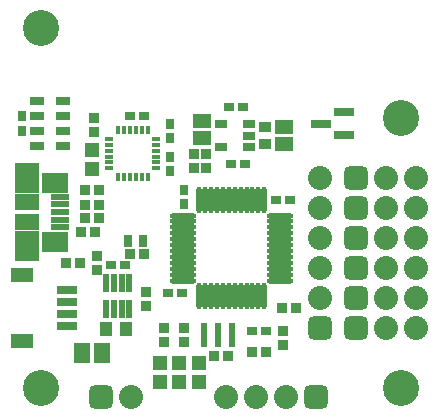
<source format=gts>
%FSLAX25Y25*%
%MOIN*%
G70*
G01*
G75*
G04 Layer_Color=8388736*
%ADD10C,0.01000*%
%ADD11C,0.00800*%
%ADD12C,0.01200*%
%ADD13C,0.01500*%
%ADD14C,0.03000*%
%ADD15R,0.03150X0.02756*%
%ADD16R,0.02756X0.03150*%
%ADD17R,0.05118X0.05906*%
%ADD18R,0.03937X0.03937*%
%ADD19O,0.01181X0.08268*%
%ADD20O,0.08268X0.01181*%
%ADD21R,0.02362X0.03150*%
%ADD22R,0.05433X0.01772*%
%ADD23R,0.08268X0.05906*%
%ADD24R,0.07480X0.04626*%
%ADD25R,0.07480X0.09350*%
%ADD26R,0.03150X0.02362*%
%ADD27R,0.06102X0.02362*%
%ADD28R,0.07087X0.04724*%
%ADD29R,0.03543X0.03150*%
%ADD30R,0.05512X0.04331*%
%ADD31R,0.03543X0.02559*%
%ADD32R,0.05906X0.02362*%
%ADD33R,0.03543X0.03937*%
%ADD34R,0.01772X0.05512*%
%ADD35R,0.01772X0.05512*%
%ADD36R,0.01772X0.05512*%
%ADD37R,0.02800X0.01375*%
%ADD38R,0.01375X0.02800*%
%ADD39R,0.03150X0.04000*%
%ADD40R,0.01575X0.07677*%
%ADD41R,0.04331X0.02362*%
%ADD42C,0.02000*%
%ADD43C,0.07400*%
G04:AMPARAMS|DCode=44|XSize=74mil|YSize=74mil|CornerRadius=18.5mil|HoleSize=0mil|Usage=FLASHONLY|Rotation=90.000|XOffset=0mil|YOffset=0mil|HoleType=Round|Shape=RoundedRectangle|*
%AMROUNDEDRECTD44*
21,1,0.07400,0.03700,0,0,90.0*
21,1,0.03700,0.07400,0,0,90.0*
1,1,0.03700,0.01850,0.01850*
1,1,0.03700,0.01850,-0.01850*
1,1,0.03700,-0.01850,-0.01850*
1,1,0.03700,-0.01850,0.01850*
%
%ADD44ROUNDEDRECTD44*%
%ADD45C,0.11417*%
G04:AMPARAMS|DCode=46|XSize=74mil|YSize=74mil|CornerRadius=18.5mil|HoleSize=0mil|Usage=FLASHONLY|Rotation=0.000|XOffset=0mil|YOffset=0mil|HoleType=Round|Shape=RoundedRectangle|*
%AMROUNDEDRECTD46*
21,1,0.07400,0.03700,0,0,0.0*
21,1,0.03700,0.07400,0,0,0.0*
1,1,0.03700,0.01850,-0.01850*
1,1,0.03700,-0.01850,-0.01850*
1,1,0.03700,-0.01850,0.01850*
1,1,0.03700,0.01850,0.01850*
%
%ADD46ROUNDEDRECTD46*%
%ADD47C,0.02800*%
%ADD48C,0.03100*%
%ADD49R,0.02362X0.06102*%
%ADD50R,0.04724X0.07087*%
%ADD51C,0.00984*%
%ADD52C,0.02362*%
%ADD53C,0.00787*%
%ADD54C,0.00591*%
%ADD55C,0.00500*%
%ADD56C,0.00394*%
%ADD57R,0.02564X0.01139*%
%ADD58R,0.01139X0.02564*%
%ADD59R,0.03750X0.03356*%
%ADD60R,0.03356X0.03750*%
%ADD61R,0.05718X0.06506*%
%ADD62R,0.04537X0.04537*%
%ADD63O,0.01781X0.08868*%
%ADD64O,0.08868X0.01781*%
%ADD65R,0.02962X0.03750*%
%ADD66R,0.06102X0.02441*%
%ADD67R,0.08868X0.06506*%
%ADD68R,0.08080X0.05226*%
%ADD69R,0.08080X0.09950*%
%ADD70R,0.03750X0.02962*%
%ADD71R,0.06504X0.02764*%
%ADD72R,0.07488X0.05126*%
%ADD73R,0.04143X0.03750*%
%ADD74R,0.06112X0.04931*%
%ADD75R,0.04143X0.03159*%
%ADD76R,0.06506X0.02962*%
%ADD77R,0.04143X0.04537*%
%ADD78R,0.02372X0.06112*%
%ADD79R,0.02372X0.06112*%
%ADD80R,0.02372X0.06112*%
%ADD81R,0.03115X0.01690*%
%ADD82R,0.01690X0.03115*%
%ADD83R,0.02175X0.08277*%
%ADD84R,0.05118X0.03150*%
%ADD85C,0.08000*%
G04:AMPARAMS|DCode=86|XSize=80mil|YSize=80mil|CornerRadius=20mil|HoleSize=0mil|Usage=FLASHONLY|Rotation=90.000|XOffset=0mil|YOffset=0mil|HoleType=Round|Shape=RoundedRectangle|*
%AMROUNDEDRECTD86*
21,1,0.08000,0.04000,0,0,90.0*
21,1,0.04000,0.08000,0,0,90.0*
1,1,0.04000,0.02000,0.02000*
1,1,0.04000,0.02000,-0.02000*
1,1,0.04000,-0.02000,-0.02000*
1,1,0.04000,-0.02000,0.02000*
%
%ADD86ROUNDEDRECTD86*%
%ADD87C,0.12017*%
G04:AMPARAMS|DCode=88|XSize=80mil|YSize=80mil|CornerRadius=20mil|HoleSize=0mil|Usage=FLASHONLY|Rotation=0.000|XOffset=0mil|YOffset=0mil|HoleType=Round|Shape=RoundedRectangle|*
%AMROUNDEDRECTD88*
21,1,0.08000,0.04000,0,0,0.0*
21,1,0.04000,0.08000,0,0,0.0*
1,1,0.04000,0.02000,-0.02000*
1,1,0.04000,-0.02000,-0.02000*
1,1,0.04000,-0.02000,0.02000*
1,1,0.04000,0.02000,0.02000*
%
%ADD88ROUNDEDRECTD88*%
D39*
X40000Y90000D02*
D03*
X45000D02*
D03*
D59*
X95862Y67500D02*
D03*
X91138D02*
D03*
X19138Y82500D02*
D03*
X23862D02*
D03*
X73362Y51500D02*
D03*
X68638D02*
D03*
X85862Y53000D02*
D03*
X81138D02*
D03*
X40638Y85500D02*
D03*
X45362D02*
D03*
X30362Y107000D02*
D03*
X25638D02*
D03*
Y97500D02*
D03*
X30362D02*
D03*
X25638Y102000D02*
D03*
X30362D02*
D03*
X24138Y93000D02*
D03*
X28862D02*
D03*
D60*
X91500Y55138D02*
D03*
Y59862D02*
D03*
X29500Y80138D02*
D03*
Y84862D02*
D03*
X66000Y118862D02*
D03*
Y114138D02*
D03*
X62000Y118862D02*
D03*
Y114138D02*
D03*
X28500Y126138D02*
D03*
Y130862D02*
D03*
X46000Y72862D02*
D03*
Y68138D02*
D03*
X52000Y56138D02*
D03*
Y60862D02*
D03*
X58500Y56138D02*
D03*
Y60862D02*
D03*
D61*
X24654Y52500D02*
D03*
X31346D02*
D03*
D62*
X63500Y42850D02*
D03*
Y49150D02*
D03*
X28000Y120150D02*
D03*
Y113850D02*
D03*
X50500Y49150D02*
D03*
Y42850D02*
D03*
X57000Y49150D02*
D03*
Y42850D02*
D03*
D63*
X63673Y71358D02*
D03*
X65642D02*
D03*
X67610D02*
D03*
X69579D02*
D03*
X71547D02*
D03*
X73516D02*
D03*
X75484D02*
D03*
X77453D02*
D03*
X79421D02*
D03*
X81390D02*
D03*
X83358D02*
D03*
X85327D02*
D03*
Y103642D02*
D03*
X83358D02*
D03*
X81390D02*
D03*
X79421D02*
D03*
X77453D02*
D03*
X75484D02*
D03*
X73516D02*
D03*
X71547D02*
D03*
X69579D02*
D03*
X67610D02*
D03*
X65642D02*
D03*
X63673D02*
D03*
D64*
X90642Y76673D02*
D03*
Y78642D02*
D03*
Y80610D02*
D03*
Y82579D02*
D03*
Y84547D02*
D03*
Y86516D02*
D03*
Y88484D02*
D03*
Y90453D02*
D03*
Y92421D02*
D03*
Y94390D02*
D03*
Y96358D02*
D03*
Y98327D02*
D03*
X58358D02*
D03*
Y96358D02*
D03*
Y94390D02*
D03*
Y92421D02*
D03*
Y90453D02*
D03*
Y88484D02*
D03*
Y86516D02*
D03*
Y84547D02*
D03*
Y82579D02*
D03*
Y80610D02*
D03*
Y78642D02*
D03*
Y76673D02*
D03*
D65*
X58500Y106862D02*
D03*
Y102138D02*
D03*
X54000Y128862D02*
D03*
Y124138D02*
D03*
Y113138D02*
D03*
Y117862D02*
D03*
X4500Y126638D02*
D03*
Y131362D02*
D03*
D66*
X17147Y96941D02*
D03*
Y102059D02*
D03*
Y99500D02*
D03*
Y94382D02*
D03*
Y104618D02*
D03*
D67*
X15700Y109343D02*
D03*
Y89657D02*
D03*
D68*
X6124Y102797D02*
D03*
Y96203D02*
D03*
D69*
Y110967D02*
D03*
Y88033D02*
D03*
D70*
X53138Y72500D02*
D03*
X57862D02*
D03*
X93862Y103500D02*
D03*
X89138D02*
D03*
X45362Y131500D02*
D03*
X40638D02*
D03*
X34138Y82000D02*
D03*
X38862D02*
D03*
X85862Y60000D02*
D03*
X81138D02*
D03*
X78862Y115500D02*
D03*
X74138D02*
D03*
X78362Y134500D02*
D03*
X73638D02*
D03*
D71*
X19610Y65532D02*
D03*
Y73406D02*
D03*
Y69469D02*
D03*
Y61594D02*
D03*
D72*
X4453Y78524D02*
D03*
Y56476D02*
D03*
D73*
X85500Y122244D02*
D03*
Y127756D02*
D03*
D74*
X92000Y122047D02*
D03*
Y127953D02*
D03*
X64500Y124047D02*
D03*
Y129953D02*
D03*
D75*
X70776Y121260D02*
D03*
Y128740D02*
D03*
X80224D02*
D03*
Y125000D02*
D03*
Y121260D02*
D03*
D76*
X104260Y129000D02*
D03*
X111740Y132740D02*
D03*
Y125260D02*
D03*
D77*
X32654Y60500D02*
D03*
X39346D02*
D03*
D78*
X40339Y75831D02*
D03*
D79*
X37780D02*
D03*
X35221D02*
D03*
X32661Y75831D02*
D03*
D80*
X40339Y67169D02*
D03*
X37780D02*
D03*
X35220D02*
D03*
X32661D02*
D03*
D81*
X49276Y114079D02*
D03*
Y116047D02*
D03*
Y118016D02*
D03*
Y119984D02*
D03*
Y121953D02*
D03*
Y123921D02*
D03*
X33724D02*
D03*
Y121953D02*
D03*
Y119984D02*
D03*
Y118016D02*
D03*
Y116047D02*
D03*
Y114079D02*
D03*
D82*
X46421Y126776D02*
D03*
X44453D02*
D03*
X42484D02*
D03*
X40516D02*
D03*
X38547D02*
D03*
X36579D02*
D03*
Y111224D02*
D03*
X38547D02*
D03*
X40516D02*
D03*
X42484D02*
D03*
X44453D02*
D03*
X46421D02*
D03*
D83*
X74724Y58500D02*
D03*
X65276D02*
D03*
X70000D02*
D03*
D84*
X18331Y136382D02*
D03*
Y126539D02*
D03*
Y121618D02*
D03*
X9669Y126539D02*
D03*
Y131461D02*
D03*
Y136382D02*
D03*
Y121618D02*
D03*
X18331Y131461D02*
D03*
D85*
X104000Y70900D02*
D03*
Y80900D02*
D03*
Y90900D02*
D03*
Y100900D02*
D03*
Y110900D02*
D03*
X136000Y110900D02*
D03*
X126000D02*
D03*
X136000Y70900D02*
D03*
X126000D02*
D03*
X136000Y80900D02*
D03*
X126000D02*
D03*
X136000Y90900D02*
D03*
X126000D02*
D03*
X136000Y100900D02*
D03*
X126000D02*
D03*
X136000Y60900D02*
D03*
X126000D02*
D03*
X41000Y38000D02*
D03*
X92500D02*
D03*
X82500D02*
D03*
X72500D02*
D03*
D86*
X104000Y60900D02*
D03*
D87*
X10900Y160979D02*
D03*
Y40900D02*
D03*
X130979D02*
D03*
Y130979D02*
D03*
D88*
X116000Y110900D02*
D03*
Y70900D02*
D03*
Y80900D02*
D03*
Y90900D02*
D03*
Y100900D02*
D03*
X116000Y60900D02*
D03*
X31000Y38000D02*
D03*
X102500D02*
D03*
M02*

</source>
